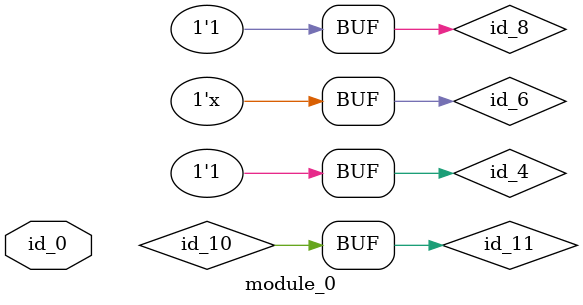
<source format=v>
module module_0 (
    input id_0
);
  reg
      id_1,
      id_2,
      id_3,
      id_4 = 1,
      id_5,
      id_6,
      id_7,
      id_8 = 1,
      id_9 = id_0[1] + 1 === id_5 && 1,
      id_10,
      id_11,
      id_12,
      id_13,
      id_14,
      id_15,
      id_16,
      id_17;
  initial begin
    id_6 = id_11;
    id_11 <= id_10;
  end
endmodule

</source>
